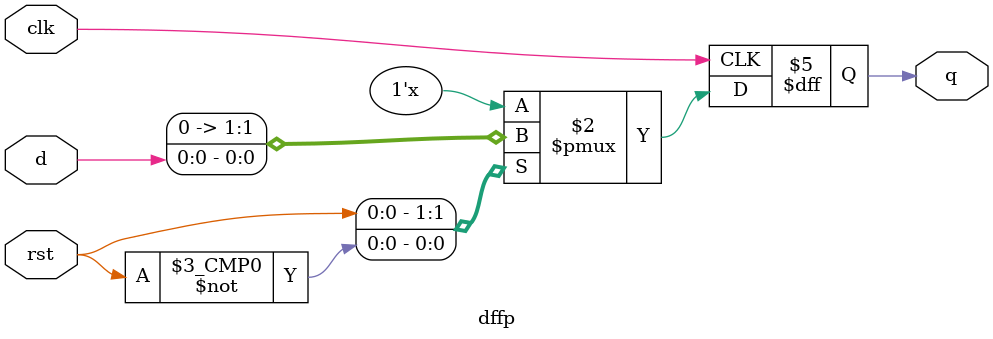
<source format=v>
`timescale 1ns/1ps

module dffp(q, d, clk, rst);
  input d, clk, rst;
  output reg q;
  
  always @(negedge clk)
    case (rst)
      1'b1: q = 1'b0; // Reset: q = 0
      1'b0: q = d;    // No Reset: q = d
    endcase
endmodule
</source>
